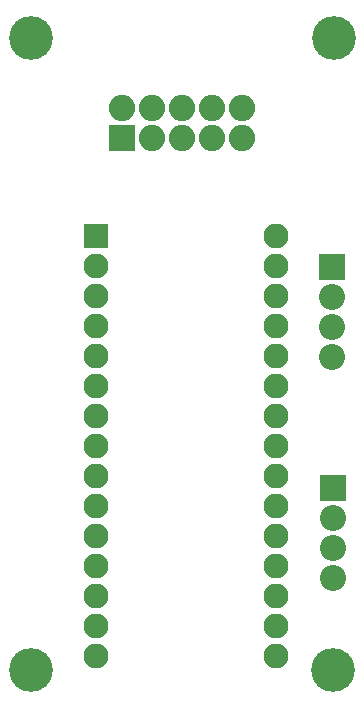
<source format=gbs>
G04 #@! TF.FileFunction,Soldermask,Bot*
%FSLAX46Y46*%
G04 Gerber Fmt 4.6, Leading zero omitted, Abs format (unit mm)*
G04 Created by KiCad (PCBNEW 4.0.7) date 10/31/17 13:14:18*
%MOMM*%
%LPD*%
G01*
G04 APERTURE LIST*
%ADD10C,0.150000*%
%ADD11C,3.708000*%
%ADD12R,2.235200X2.235200*%
%ADD13O,2.235200X2.235200*%
%ADD14R,2.208000X2.208000*%
%ADD15O,2.208000X2.208000*%
%ADD16R,2.108000X2.108000*%
%ADD17O,2.108000X2.108000*%
G04 APERTURE END LIST*
D10*
D11*
X153550000Y-118400000D03*
X127950000Y-118400000D03*
X153600000Y-64900000D03*
D12*
X135700000Y-73300000D03*
D13*
X135700000Y-70760000D03*
X138240000Y-73300000D03*
X138240000Y-70760000D03*
X140780000Y-73300000D03*
X140780000Y-70760000D03*
X143320000Y-73300000D03*
X143320000Y-70760000D03*
X145860000Y-73300000D03*
X145860000Y-70760000D03*
D14*
X153450000Y-84250000D03*
D15*
X153450000Y-86790000D03*
X153450000Y-89330000D03*
X153450000Y-91870000D03*
D14*
X153550000Y-103000000D03*
D15*
X153550000Y-105540000D03*
X153550000Y-108080000D03*
X153550000Y-110620000D03*
D16*
X133500000Y-81650000D03*
D17*
X148740000Y-114670000D03*
X133500000Y-84190000D03*
X148740000Y-112130000D03*
X133500000Y-86730000D03*
X148740000Y-109590000D03*
X133500000Y-89270000D03*
X148740000Y-107050000D03*
X133500000Y-91810000D03*
X148740000Y-104510000D03*
X133500000Y-94350000D03*
X148740000Y-101970000D03*
X133500000Y-96890000D03*
X148740000Y-99430000D03*
X133500000Y-99430000D03*
X148740000Y-96890000D03*
X133500000Y-101970000D03*
X148740000Y-94350000D03*
X133500000Y-104510000D03*
X148740000Y-91810000D03*
X133500000Y-107050000D03*
X148740000Y-89270000D03*
X133500000Y-109590000D03*
X148740000Y-86730000D03*
X133500000Y-112130000D03*
X148740000Y-84190000D03*
X133500000Y-114670000D03*
X148740000Y-81650000D03*
X133500000Y-117210000D03*
X148740000Y-117210000D03*
D11*
X128000000Y-64900000D03*
M02*

</source>
